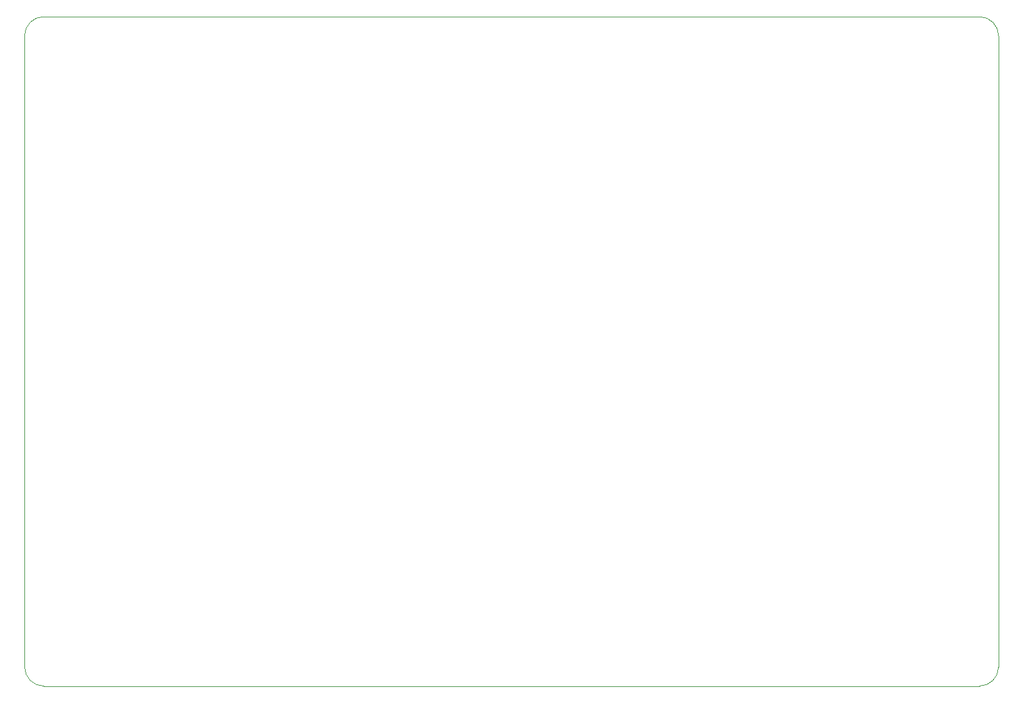
<source format=gbr>
%TF.GenerationSoftware,KiCad,Pcbnew,8.0.0*%
%TF.CreationDate,2024-07-07T23:16:46-07:00*%
%TF.ProjectId,main_relay_board,6d61696e-5f72-4656-9c61-795f626f6172,rev?*%
%TF.SameCoordinates,Original*%
%TF.FileFunction,Profile,NP*%
%FSLAX46Y46*%
G04 Gerber Fmt 4.6, Leading zero omitted, Abs format (unit mm)*
G04 Created by KiCad (PCBNEW 8.0.0) date 2024-07-07 23:16:46*
%MOMM*%
%LPD*%
G01*
G04 APERTURE LIST*
%TA.AperFunction,Profile*%
%ADD10C,0.050000*%
%TD*%
G04 APERTURE END LIST*
D10*
X95339600Y-127978000D02*
X95339600Y-44780000D01*
X97879600Y-42240000D02*
X221299600Y-42240000D01*
X97879600Y-130518000D02*
G75*
G02*
X95339600Y-127978000I0J2540000D01*
G01*
X221299600Y-130518000D02*
X97879600Y-130518000D01*
X95339600Y-44780000D02*
G75*
G02*
X97879600Y-42240000I2540000J0D01*
G01*
X223839600Y-127978000D02*
G75*
G02*
X221299600Y-130518000I-2540000J0D01*
G01*
X221299600Y-42240000D02*
G75*
G02*
X223839600Y-44780000I0J-2540000D01*
G01*
X223839600Y-44780000D02*
X223839600Y-127978000D01*
M02*

</source>
